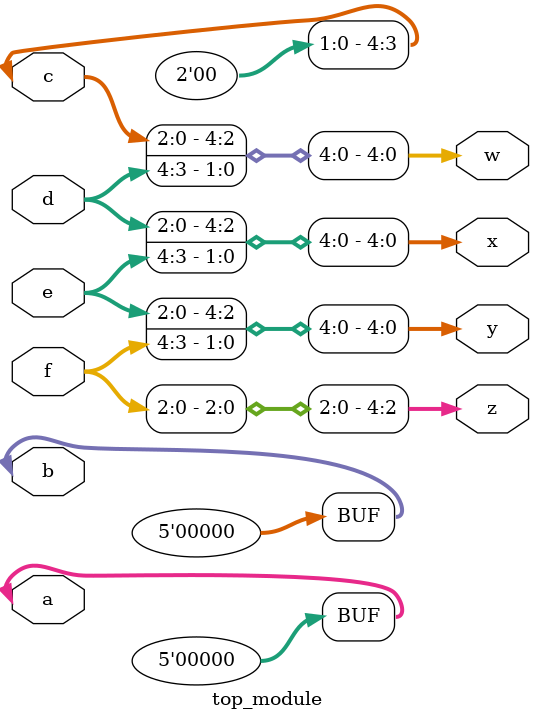
<source format=v>
module top_module (
    input [4:0] a, b, c, d, e, f,
    output [7:0] w, x, y, z );//

    assign { a[4:0],b[4:0],c[4:0],d[4:0],e[4:0],f[4:0],2'b11} = { w[4:0],x[4:0],y[4:0],z[4:0] };

endmodule

</source>
